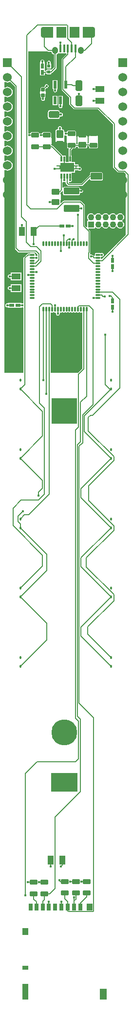
<source format=gtl>
G04 Layer_Physical_Order=1*
G04 Layer_Color=255*
%FSLAX44Y44*%
%MOMM*%
G71*
G01*
G75*
G04:AMPARAMS|DCode=10|XSize=0.32mm|YSize=0.8mm|CornerRadius=0.08mm|HoleSize=0mm|Usage=FLASHONLY|Rotation=90.000|XOffset=0mm|YOffset=0mm|HoleType=Round|Shape=RoundedRectangle|*
%AMROUNDEDRECTD10*
21,1,0.3200,0.6400,0,0,90.0*
21,1,0.1600,0.8000,0,0,90.0*
1,1,0.1600,0.3200,0.0800*
1,1,0.1600,0.3200,-0.0800*
1,1,0.1600,-0.3200,-0.0800*
1,1,0.1600,-0.3200,0.0800*
%
%ADD10ROUNDEDRECTD10*%
G04:AMPARAMS|DCode=11|XSize=0.32mm|YSize=0.8mm|CornerRadius=0.08mm|HoleSize=0mm|Usage=FLASHONLY|Rotation=0.000|XOffset=0mm|YOffset=0mm|HoleType=Round|Shape=RoundedRectangle|*
%AMROUNDEDRECTD11*
21,1,0.3200,0.6400,0,0,0.0*
21,1,0.1600,0.8000,0,0,0.0*
1,1,0.1600,0.0800,-0.3200*
1,1,0.1600,-0.0800,-0.3200*
1,1,0.1600,-0.0800,0.3200*
1,1,0.1600,0.0800,0.3200*
%
%ADD11ROUNDEDRECTD11*%
%ADD12R,0.2969X0.8499*%
%ADD13R,2.4001X1.6500*%
%ADD14R,0.7000X0.2799*%
%ADD15R,1.3000X1.8999*%
%ADD16R,1.0000X2.8001*%
%ADD17R,1.0000X0.8001*%
%ADD18R,1.0000X1.1999*%
%ADD19R,0.7000X1.1999*%
%ADD20R,0.9000X0.6000*%
%ADD21R,1.6002X1.0922*%
G04:AMPARAMS|DCode=22|XSize=1.8mm|YSize=1.2mm|CornerRadius=0.15mm|HoleSize=0mm|Usage=FLASHONLY|Rotation=270.000|XOffset=0mm|YOffset=0mm|HoleType=Round|Shape=RoundedRectangle|*
%AMROUNDEDRECTD22*
21,1,1.8000,0.9000,0,0,270.0*
21,1,1.5000,1.2000,0,0,270.0*
1,1,0.3000,-0.4500,-0.7500*
1,1,0.3000,-0.4500,0.7500*
1,1,0.3000,0.4500,0.7500*
1,1,0.3000,0.4500,-0.7500*
%
%ADD22ROUNDEDRECTD22*%
G04:AMPARAMS|DCode=23|XSize=0.6mm|YSize=0.6mm|CornerRadius=0.06mm|HoleSize=0mm|Usage=FLASHONLY|Rotation=180.000|XOffset=0mm|YOffset=0mm|HoleType=Round|Shape=RoundedRectangle|*
%AMROUNDEDRECTD23*
21,1,0.6000,0.4800,0,0,180.0*
21,1,0.4800,0.6000,0,0,180.0*
1,1,0.1200,-0.2400,0.2400*
1,1,0.1200,0.2400,0.2400*
1,1,0.1200,0.2400,-0.2400*
1,1,0.1200,-0.2400,-0.2400*
%
%ADD23ROUNDEDRECTD23*%
G04:AMPARAMS|DCode=24|XSize=1.4mm|YSize=1mm|CornerRadius=0.125mm|HoleSize=0mm|Usage=FLASHONLY|Rotation=0.000|XOffset=0mm|YOffset=0mm|HoleType=Round|Shape=RoundedRectangle|*
%AMROUNDEDRECTD24*
21,1,1.4000,0.7500,0,0,0.0*
21,1,1.1500,1.0000,0,0,0.0*
1,1,0.2500,0.5750,-0.3750*
1,1,0.2500,-0.5750,-0.3750*
1,1,0.2500,-0.5750,0.3750*
1,1,0.2500,0.5750,0.3750*
%
%ADD24ROUNDEDRECTD24*%
G04:AMPARAMS|DCode=25|XSize=1.3mm|YSize=0.8mm|CornerRadius=0.1mm|HoleSize=0mm|Usage=FLASHONLY|Rotation=180.000|XOffset=0mm|YOffset=0mm|HoleType=Round|Shape=RoundedRectangle|*
%AMROUNDEDRECTD25*
21,1,1.3000,0.6000,0,0,180.0*
21,1,1.1000,0.8000,0,0,180.0*
1,1,0.2000,-0.5500,0.3000*
1,1,0.2000,0.5500,0.3000*
1,1,0.2000,0.5500,-0.3000*
1,1,0.2000,-0.5500,-0.3000*
%
%ADD25ROUNDEDRECTD25*%
%ADD26R,1.0922X1.6002*%
%ADD27R,0.6000X0.9000*%
G04:AMPARAMS|DCode=28|XSize=2mm|YSize=1.2mm|CornerRadius=0.15mm|HoleSize=0mm|Usage=FLASHONLY|Rotation=180.000|XOffset=0mm|YOffset=0mm|HoleType=Round|Shape=RoundedRectangle|*
%AMROUNDEDRECTD28*
21,1,2.0000,0.9000,0,0,180.0*
21,1,1.7000,1.2000,0,0,180.0*
1,1,0.3000,-0.8500,0.4500*
1,1,0.3000,0.8500,0.4500*
1,1,0.3000,0.8500,-0.4500*
1,1,0.3000,-0.8500,-0.4500*
%
%ADD28ROUNDEDRECTD28*%
G04:AMPARAMS|DCode=29|XSize=2.7mm|YSize=1.15mm|CornerRadius=0.1437mm|HoleSize=0mm|Usage=FLASHONLY|Rotation=0.000|XOffset=0mm|YOffset=0mm|HoleType=Round|Shape=RoundedRectangle|*
%AMROUNDEDRECTD29*
21,1,2.7000,0.8625,0,0,0.0*
21,1,2.4125,1.1500,0,0,0.0*
1,1,0.2875,1.2063,-0.4313*
1,1,0.2875,-1.2063,-0.4313*
1,1,0.2875,-1.2063,0.4313*
1,1,0.2875,1.2063,0.4313*
%
%ADD29ROUNDEDRECTD29*%
G04:AMPARAMS|DCode=30|XSize=1.2mm|YSize=1.35mm|CornerRadius=0.15mm|HoleSize=0mm|Usage=FLASHONLY|Rotation=180.000|XOffset=0mm|YOffset=0mm|HoleType=Round|Shape=RoundedRectangle|*
%AMROUNDEDRECTD30*
21,1,1.2000,1.0500,0,0,180.0*
21,1,0.9000,1.3500,0,0,180.0*
1,1,0.3000,-0.4500,0.5250*
1,1,0.3000,0.4500,0.5250*
1,1,0.3000,0.4500,-0.5250*
1,1,0.3000,-0.4500,-0.5250*
%
%ADD30ROUNDEDRECTD30*%
%ADD31R,0.4000X1.3500*%
%ADD32R,0.5588X1.3208*%
G04:AMPARAMS|DCode=33|XSize=1.8mm|YSize=1.2mm|CornerRadius=0.15mm|HoleSize=0mm|Usage=FLASHONLY|Rotation=180.000|XOffset=0mm|YOffset=0mm|HoleType=Round|Shape=RoundedRectangle|*
%AMROUNDEDRECTD33*
21,1,1.8000,0.9000,0,0,180.0*
21,1,1.5000,1.2000,0,0,180.0*
1,1,0.3000,-0.7500,0.4500*
1,1,0.3000,0.7500,0.4500*
1,1,0.3000,0.7500,-0.4500*
1,1,0.3000,-0.7500,-0.4500*
%
%ADD33ROUNDEDRECTD33*%
%ADD34R,0.5500X0.6000*%
%ADD35C,0.1778*%
%ADD36C,0.1600*%
%ADD37C,0.1485*%
%ADD38C,0.1399*%
%ADD39R,1.8000X1.9000*%
%ADD40C,0.4572*%
%ADD41C,1.1000*%
%ADD42R,1.1000X1.1000*%
G04:AMPARAMS|DCode=43|XSize=1.05mm|YSize=1.25mm|CornerRadius=0.525mm|HoleSize=0mm|Usage=FLASHONLY|Rotation=180.000|XOffset=0mm|YOffset=0mm|HoleType=Round|Shape=RoundedRectangle|*
%AMROUNDEDRECTD43*
21,1,1.0500,0.2000,0,0,180.0*
21,1,0.0000,1.2500,0,0,180.0*
1,1,1.0500,0.0000,0.1000*
1,1,1.0500,0.0000,0.1000*
1,1,1.0500,0.0000,-0.1000*
1,1,1.0500,0.0000,-0.1000*
%
%ADD43ROUNDEDRECTD43*%
G04:AMPARAMS|DCode=44|XSize=2.1mm|YSize=1.9mm|CornerRadius=0.494mm|HoleSize=0mm|Usage=FLASHONLY|Rotation=180.000|XOffset=0mm|YOffset=0mm|HoleType=Round|Shape=RoundedRectangle|*
%AMROUNDEDRECTD44*
21,1,2.1000,0.9120,0,0,180.0*
21,1,1.1120,1.9000,0,0,180.0*
1,1,0.9880,-0.5560,0.4560*
1,1,0.9880,0.5560,0.4560*
1,1,0.9880,0.5560,-0.4560*
1,1,0.9880,-0.5560,-0.4560*
%
%ADD44ROUNDEDRECTD44*%
%ADD45R,4.5720X3.3020*%
%ADD46C,4.5000*%
%ADD47R,4.5000X4.5000*%
%ADD48R,1.5240X1.5240*%
%ADD49C,1.5240*%
%ADD50C,0.4000*%
G36*
X10142812Y4978674D02*
Y4699000D01*
X10142980Y4698158D01*
X10143458Y4697444D01*
X10148538Y4692363D01*
X10149252Y4691886D01*
X10150094Y4691719D01*
X10178646D01*
X10182437Y4687928D01*
Y4686430D01*
X10181167Y4685666D01*
X10180320Y4685834D01*
X10179397Y4685651D01*
X10178533Y4686277D01*
X10178292Y4686605D01*
X10178311Y4686700D01*
Y4688300D01*
X10178150Y4689108D01*
X10177693Y4689792D01*
X10177008Y4690250D01*
X10176200Y4690410D01*
X10169800D01*
X10168992Y4690250D01*
X10168307Y4689792D01*
X10168186Y4689611D01*
X10165731D01*
X10165730Y4689611D01*
X10164922Y4689450D01*
X10164238Y4688992D01*
X10164238Y4688992D01*
X10158830Y4683585D01*
X10158444Y4683326D01*
X10157966Y4682612D01*
X10157798Y4681770D01*
Y4603989D01*
X10156529Y4603183D01*
X10155770Y4603334D01*
X10155040Y4603189D01*
X10153770Y4604007D01*
Y4604270D01*
X10131230D01*
Y4604007D01*
X10129960Y4603189D01*
X10129229Y4603334D01*
X10127953Y4603080D01*
X10126872Y4602357D01*
X10126149Y4601276D01*
X10125895Y4600000D01*
X10126149Y4598724D01*
X10126872Y4597643D01*
X10127953Y4596920D01*
X10129229Y4596666D01*
X10129960Y4596811D01*
X10131230Y4595993D01*
Y4595730D01*
X10153770D01*
Y4595993D01*
X10155040Y4596811D01*
X10155770Y4596666D01*
X10156529Y4596817D01*
X10157798Y4596011D01*
Y4483100D01*
X10124440D01*
Y4833852D01*
X10125710Y4834355D01*
X10127679Y4833539D01*
X10130000Y4833233D01*
X10132321Y4833539D01*
X10134484Y4834435D01*
X10136340Y4835860D01*
X10137766Y4837717D01*
X10138661Y4839879D01*
X10138967Y4842200D01*
X10138661Y4844521D01*
X10137766Y4846683D01*
X10136340Y4848541D01*
X10134484Y4849966D01*
X10132321Y4850861D01*
X10130000Y4851167D01*
X10127679Y4850861D01*
X10125710Y4850045D01*
X10124440Y4850548D01*
Y4859252D01*
X10125710Y4859755D01*
X10127679Y4858939D01*
X10130000Y4858633D01*
X10132321Y4858939D01*
X10134484Y4859835D01*
X10136340Y4861260D01*
X10137766Y4863117D01*
X10138661Y4865280D01*
X10138967Y4867600D01*
X10138661Y4869921D01*
X10137766Y4872083D01*
X10136340Y4873940D01*
X10134484Y4875366D01*
X10132321Y4876261D01*
X10130000Y4876567D01*
X10127679Y4876261D01*
X10125710Y4875446D01*
X10124440Y4875948D01*
Y4884652D01*
X10125710Y4885155D01*
X10127679Y4884339D01*
X10130000Y4884034D01*
X10132321Y4884339D01*
X10134484Y4885235D01*
X10136340Y4886660D01*
X10137766Y4888517D01*
X10138661Y4890679D01*
X10138967Y4893000D01*
X10138661Y4895321D01*
X10137766Y4897484D01*
X10136340Y4899341D01*
X10134484Y4900765D01*
X10132321Y4901661D01*
X10130000Y4901967D01*
X10127679Y4901661D01*
X10125710Y4900846D01*
X10124440Y4901348D01*
Y4910052D01*
X10125710Y4910555D01*
X10127679Y4909739D01*
X10130000Y4909433D01*
X10132321Y4909739D01*
X10134484Y4910635D01*
X10136340Y4912060D01*
X10137766Y4913917D01*
X10138661Y4916079D01*
X10138967Y4918400D01*
X10138661Y4920721D01*
X10137766Y4922884D01*
X10136340Y4924741D01*
X10134484Y4926165D01*
X10132321Y4927061D01*
X10130000Y4927367D01*
X10127679Y4927061D01*
X10125710Y4926246D01*
X10124440Y4926748D01*
Y4935452D01*
X10125710Y4935955D01*
X10127679Y4935139D01*
X10130000Y4934833D01*
X10132321Y4935139D01*
X10134484Y4936035D01*
X10136340Y4937460D01*
X10137766Y4939317D01*
X10138661Y4941479D01*
X10138967Y4943800D01*
X10138661Y4946121D01*
X10137766Y4948283D01*
X10136340Y4950140D01*
X10134484Y4951566D01*
X10132321Y4952461D01*
X10130000Y4952767D01*
X10127679Y4952461D01*
X10125710Y4951646D01*
X10124440Y4952148D01*
Y4960852D01*
X10125710Y4961355D01*
X10127679Y4960539D01*
X10130000Y4960233D01*
X10132321Y4960539D01*
X10134484Y4961435D01*
X10136340Y4962860D01*
X10137766Y4964717D01*
X10138661Y4966879D01*
X10138967Y4969200D01*
X10138661Y4971521D01*
X10137766Y4973683D01*
X10136340Y4975540D01*
X10134484Y4976966D01*
X10132321Y4977861D01*
X10130000Y4978167D01*
X10127679Y4977861D01*
X10125710Y4977046D01*
X10124440Y4977548D01*
Y4986252D01*
X10125710Y4986755D01*
X10127679Y4985939D01*
X10130000Y4985634D01*
X10132321Y4985939D01*
X10134484Y4986835D01*
X10134579Y4986908D01*
X10142812Y4978674D01*
D02*
G37*
G36*
X10199797Y5039216D02*
X10200640Y5039048D01*
X10206332D01*
X10206398Y5038548D01*
X10207055Y5036962D01*
X10208100Y5035600D01*
X10209462Y5034554D01*
X10210549Y5034104D01*
Y5011822D01*
X10206600Y5007872D01*
X10205930Y5008150D01*
Y5008150D01*
X10197890D01*
Y5006081D01*
X10196314D01*
X10196020Y5006023D01*
X10194894Y5006749D01*
X10194750Y5006959D01*
Y5020150D01*
X10194487D01*
X10193669Y5021420D01*
X10193814Y5022151D01*
X10193560Y5023427D01*
X10192838Y5024508D01*
X10191756Y5025231D01*
X10190480Y5025485D01*
X10189204Y5025231D01*
X10188123Y5024508D01*
X10187400Y5023427D01*
X10187146Y5022151D01*
X10187291Y5021420D01*
X10186473Y5020150D01*
X10186210D01*
Y5008610D01*
Y4997610D01*
X10194750D01*
Y5001179D01*
X10195814D01*
X10196620Y5001339D01*
X10196659Y5001345D01*
X10197890Y5000669D01*
Y4999610D01*
X10205930D01*
Y5001720D01*
X10206562Y5001846D01*
X10207277Y5002323D01*
X10214307Y5009353D01*
X10214784Y5010068D01*
X10214952Y5010910D01*
Y5034104D01*
X10216038Y5034554D01*
X10217401Y5035600D01*
X10217676Y5035959D01*
X10218730Y5036480D01*
X10232060D01*
X10232493Y5035210D01*
X10224991Y5027708D01*
X10224514Y5026994D01*
X10224347Y5026152D01*
Y4973320D01*
X10224514Y4972478D01*
X10224991Y4971764D01*
X10237555Y4959200D01*
Y4947920D01*
X10237722Y4947078D01*
X10238199Y4946364D01*
X10244550Y4940013D01*
X10245264Y4939536D01*
X10246106Y4939369D01*
X10287104D01*
X10313501Y4912972D01*
Y4839208D01*
X10313668Y4838365D01*
X10314146Y4837651D01*
X10321003Y4830793D01*
X10321718Y4830316D01*
X10322560Y4830149D01*
X10333079D01*
X10335260Y4827967D01*
Y4721379D01*
X10293954Y4680073D01*
X10293179Y4680162D01*
X10293004Y4680286D01*
X10292250Y4681396D01*
X10292311Y4681700D01*
Y4683300D01*
X10292299Y4683362D01*
X10292491Y4683655D01*
X10293398Y4684339D01*
X10294270Y4684166D01*
X10295546Y4684420D01*
X10296627Y4685143D01*
X10297350Y4686224D01*
X10297604Y4687500D01*
X10297350Y4688776D01*
X10296627Y4689857D01*
X10295546Y4690580D01*
X10294270Y4690834D01*
X10292994Y4690580D01*
X10292786Y4690441D01*
X10291692Y4689792D01*
X10291008Y4690250D01*
X10290200Y4690410D01*
X10283800D01*
X10282992Y4690250D01*
X10282307Y4689792D01*
X10281851Y4689108D01*
X10281689Y4688300D01*
Y4686700D01*
X10280637Y4685596D01*
X10280233Y4685536D01*
X10280055Y4685714D01*
X10279797Y4686101D01*
X10279083Y4686578D01*
X10278241Y4686746D01*
X10277783D01*
X10277679Y4686902D01*
X10276598Y4687625D01*
X10275321Y4687878D01*
X10274469Y4687709D01*
X10273199Y4688470D01*
Y4690028D01*
X10273540Y4690538D01*
X10273707Y4691380D01*
Y4727702D01*
X10273540Y4728544D01*
X10273063Y4729258D01*
X10270264Y4732057D01*
X10270751Y4733230D01*
X10281770D01*
Y4734521D01*
X10282380Y4734882D01*
X10283040Y4735042D01*
X10284286Y4734087D01*
X10285933Y4733405D01*
X10287700Y4733172D01*
X10289468Y4733405D01*
X10291115Y4734087D01*
X10292528Y4735172D01*
X10293287Y4736161D01*
X10293555Y4736256D01*
X10294546D01*
X10294812Y4736161D01*
X10295571Y4735172D01*
X10296986Y4734087D01*
X10298633Y4733405D01*
X10300400Y4733172D01*
X10302168Y4733405D01*
X10303815Y4734087D01*
X10305228Y4735172D01*
X10305988Y4736161D01*
X10306255Y4736256D01*
X10307246D01*
X10307512Y4736161D01*
X10308271Y4735172D01*
X10309686Y4734087D01*
X10311333Y4733405D01*
X10313101Y4733172D01*
X10314867Y4733405D01*
X10316514Y4734087D01*
X10317928Y4735172D01*
X10318688Y4736161D01*
X10318954Y4736256D01*
X10319946D01*
X10320212Y4736161D01*
X10320972Y4735172D01*
X10322385Y4734087D01*
X10324033Y4733405D01*
X10325800Y4733172D01*
X10327567Y4733405D01*
X10329214Y4734087D01*
X10330629Y4735172D01*
X10331714Y4736586D01*
X10332396Y4738233D01*
X10332628Y4740000D01*
X10332396Y4741768D01*
X10331714Y4743414D01*
X10330629Y4744828D01*
X10329639Y4745588D01*
X10329545Y4745854D01*
Y4746846D01*
X10329639Y4747112D01*
X10330629Y4747872D01*
X10331714Y4749286D01*
X10332396Y4750933D01*
X10332628Y4752700D01*
X10332396Y4754467D01*
X10331714Y4756115D01*
X10330629Y4757529D01*
X10329214Y4758614D01*
X10327567Y4759296D01*
X10325800Y4759529D01*
X10324033Y4759296D01*
X10322385Y4758614D01*
X10320972Y4757529D01*
X10320212Y4756539D01*
X10319946Y4756445D01*
X10318954D01*
X10318688Y4756539D01*
X10317928Y4757529D01*
X10316514Y4758614D01*
X10314867Y4759296D01*
X10313101Y4759529D01*
X10311333Y4759296D01*
X10309686Y4758614D01*
X10308271Y4757529D01*
X10307512Y4756539D01*
X10307246Y4756445D01*
X10306255D01*
X10305988Y4756539D01*
X10305228Y4757529D01*
X10303815Y4758614D01*
X10302168Y4759296D01*
X10300400Y4759529D01*
X10298633Y4759296D01*
X10296986Y4758614D01*
X10295571Y4757529D01*
X10294812Y4756539D01*
X10294546Y4756445D01*
X10293555D01*
X10293287Y4756539D01*
X10292528Y4757529D01*
X10291115Y4758614D01*
X10289468Y4759296D01*
X10287700Y4759529D01*
X10285933Y4759296D01*
X10284286Y4758614D01*
X10282871Y4757529D01*
X10282112Y4756539D01*
X10281846Y4756445D01*
X10280854D01*
X10280587Y4756539D01*
X10279828Y4757529D01*
X10278414Y4758614D01*
X10276768Y4759296D01*
X10275000Y4759529D01*
X10273232Y4759296D01*
X10271586Y4758614D01*
X10270172Y4757529D01*
X10269087Y4756115D01*
X10268405Y4754467D01*
X10268171Y4752700D01*
X10268405Y4750933D01*
X10269087Y4749286D01*
X10270043Y4748040D01*
X10269882Y4747381D01*
X10269521Y4746770D01*
X10268230D01*
Y4735750D01*
X10267057Y4735264D01*
X10264563Y4737758D01*
Y4772914D01*
X10264396Y4773756D01*
X10263918Y4774471D01*
X10258076Y4780312D01*
X10257362Y4780790D01*
X10256520Y4780957D01*
X10227564D01*
X10226722Y4780790D01*
X10226008Y4780312D01*
X10222833Y4777138D01*
X10221660Y4777624D01*
Y4782469D01*
X10222340Y4783150D01*
Y4792650D01*
X10221660Y4793331D01*
Y4794838D01*
X10221802Y4794867D01*
X10222516Y4795344D01*
X10225187Y4798014D01*
X10225314Y4798010D01*
X10226457Y4797614D01*
Y4793508D01*
X10226667Y4792451D01*
X10227266Y4791556D01*
X10228161Y4790957D01*
X10229218Y4790747D01*
X10253342D01*
X10254399Y4790957D01*
X10255294Y4791556D01*
X10255892Y4792451D01*
X10256104Y4793508D01*
Y4793777D01*
X10257373Y4794621D01*
X10258051Y4794486D01*
X10259326Y4794740D01*
X10260408Y4795463D01*
X10261130Y4796544D01*
X10261384Y4797820D01*
X10261130Y4799096D01*
X10260408Y4800178D01*
X10259326Y4800901D01*
X10258051Y4801154D01*
X10257373Y4801020D01*
X10256104Y4801863D01*
Y4802133D01*
X10255892Y4803189D01*
X10255294Y4804085D01*
X10254399Y4804683D01*
X10253342Y4804893D01*
X10229218D01*
X10228161Y4804683D01*
X10227266Y4804085D01*
X10226982Y4803660D01*
X10225712Y4804045D01*
Y4812940D01*
X10226982Y4813618D01*
X10227383Y4813351D01*
X10228658Y4813097D01*
X10229935Y4813351D01*
X10230338Y4813620D01*
X10231608Y4812941D01*
Y4812274D01*
X10231459Y4811522D01*
X10231627Y4810680D01*
X10232103Y4809966D01*
X10234644Y4807426D01*
X10235358Y4806948D01*
X10236200Y4806781D01*
X10259568D01*
X10260410Y4806948D01*
X10261124Y4807426D01*
X10271937Y4818238D01*
X10273314Y4817820D01*
X10273351Y4817639D01*
X10273962Y4816723D01*
X10274879Y4816111D01*
X10275959Y4815896D01*
X10292960D01*
X10294041Y4816111D01*
X10294957Y4816723D01*
X10295569Y4817639D01*
X10295784Y4818720D01*
Y4827720D01*
X10295569Y4828801D01*
X10294957Y4829717D01*
X10294041Y4830330D01*
X10292960Y4830544D01*
X10275959D01*
X10274879Y4830330D01*
X10273962Y4829717D01*
X10273351Y4828801D01*
X10273136Y4827720D01*
Y4825288D01*
X10272964Y4825254D01*
X10272250Y4824777D01*
X10258656Y4811183D01*
X10237368D01*
X10236462Y4812184D01*
X10236497Y4812417D01*
X10236681Y4812610D01*
X10237904Y4813247D01*
X10238661Y4813097D01*
X10239937Y4813351D01*
X10241019Y4814073D01*
X10241742Y4815155D01*
X10241996Y4816431D01*
X10241742Y4817707D01*
X10241416Y4818431D01*
X10241416Y4818431D01*
X10241416Y4818431D01*
Y4829180D01*
X10246930D01*
Y4833531D01*
X10253431D01*
X10253431Y4833531D01*
Y4833531D01*
X10253907Y4833261D01*
X10254155Y4833120D01*
X10254503Y4833051D01*
X10254503Y4833051D01*
X10254512Y4833049D01*
X10255431Y4832867D01*
X10256708Y4833120D01*
X10257789Y4833843D01*
X10258512Y4834925D01*
X10258766Y4836201D01*
X10258512Y4837477D01*
X10257789Y4838558D01*
X10256708Y4839281D01*
X10255431Y4839535D01*
X10254701Y4839390D01*
X10253431Y4840208D01*
Y4843869D01*
X10246930D01*
Y4848220D01*
X10241416D01*
Y4858969D01*
X10240713D01*
Y4868548D01*
X10242837Y4870671D01*
X10243314Y4871385D01*
X10243365Y4871646D01*
X10246780D01*
X10247666Y4871822D01*
X10248417Y4872324D01*
X10248918Y4873074D01*
X10249094Y4873960D01*
Y4874759D01*
X10252010D01*
Y4874210D01*
X10252206Y4873227D01*
X10252764Y4872393D01*
X10253596Y4871836D01*
X10254580Y4871640D01*
X10266080D01*
X10267063Y4871836D01*
X10267897Y4872393D01*
X10268453Y4873227D01*
X10268650Y4874210D01*
Y4875758D01*
X10270087D01*
X10270441Y4875403D01*
X10271155Y4874926D01*
X10271565Y4874845D01*
Y4873960D01*
X10271742Y4873074D01*
X10272244Y4872324D01*
X10272994Y4871822D01*
X10273879Y4871646D01*
X10284880D01*
X10285765Y4871822D01*
X10286516Y4872324D01*
X10287018Y4873074D01*
X10287195Y4873960D01*
Y4879960D01*
X10287018Y4880846D01*
X10287017Y4880847D01*
X10287880Y4881710D01*
Y4892210D01*
X10285880Y4894210D01*
X10272880D01*
X10270880Y4892210D01*
Y4881710D01*
X10271194Y4881396D01*
X10271144Y4881086D01*
X10270632Y4880161D01*
X10268650D01*
Y4881530D01*
X10269330Y4882210D01*
Y4891710D01*
X10267330Y4893710D01*
X10253330D01*
X10251329Y4891710D01*
Y4882210D01*
X10252010Y4881529D01*
Y4879749D01*
X10251661Y4879516D01*
X10251306Y4879161D01*
X10249094D01*
Y4879960D01*
X10248918Y4880846D01*
X10248917Y4880847D01*
X10249780Y4881710D01*
Y4892210D01*
X10248917Y4893073D01*
X10248918Y4893074D01*
X10249094Y4893960D01*
Y4899960D01*
X10248918Y4900846D01*
X10248417Y4901596D01*
X10247666Y4902098D01*
X10246780Y4902274D01*
X10235780D01*
X10234894Y4902098D01*
X10234144Y4901596D01*
X10233642Y4900846D01*
X10232231Y4900150D01*
X10231509Y4900294D01*
X10230234Y4900040D01*
X10229554Y4899586D01*
X10228318Y4900116D01*
X10228284Y4900149D01*
Y4901710D01*
X10228069Y4902791D01*
X10227457Y4903707D01*
X10226541Y4904319D01*
X10225460Y4904534D01*
X10225004D01*
X10224160Y4905804D01*
X10224294Y4906480D01*
X10224041Y4907756D01*
X10223317Y4908838D01*
X10222236Y4909561D01*
X10220960Y4909814D01*
X10219684Y4909561D01*
X10218602Y4908838D01*
X10217880Y4907756D01*
X10217626Y4906480D01*
X10217761Y4905804D01*
X10216917Y4904534D01*
X10216460D01*
X10215379Y4904319D01*
X10214463Y4903707D01*
X10213851Y4902791D01*
X10213636Y4901710D01*
Y4891210D01*
X10213430Y4890960D01*
X10212960D01*
Y4882960D01*
X10228960D01*
Y4890960D01*
X10228489D01*
X10228284Y4891210D01*
Y4893771D01*
X10228318Y4893804D01*
X10229554Y4894334D01*
X10230234Y4893880D01*
X10231509Y4893626D01*
X10232231Y4893770D01*
X10232440Y4893666D01*
X10232780Y4892210D01*
Y4881710D01*
X10233643Y4880847D01*
X10233642Y4880846D01*
X10233466Y4879960D01*
Y4873960D01*
X10233642Y4873074D01*
X10234144Y4872324D01*
X10234894Y4871822D01*
X10235780Y4871646D01*
X10235898D01*
X10236613Y4870476D01*
X10236613Y4870376D01*
X10236460Y4869609D01*
X10236609Y4868857D01*
Y4858969D01*
X10235906D01*
Y4848220D01*
X10231414D01*
Y4858969D01*
X10225589D01*
X10225555Y4859137D01*
X10225111Y4859803D01*
X10209575Y4875339D01*
X10209149Y4875977D01*
X10208434Y4876454D01*
X10207592Y4876621D01*
X10205914D01*
Y4877420D01*
X10205739Y4878306D01*
X10205737Y4878307D01*
X10206600Y4879170D01*
Y4889670D01*
X10205737Y4890533D01*
X10205739Y4890534D01*
X10205914Y4891420D01*
Y4897420D01*
X10205739Y4898306D01*
X10205237Y4899056D01*
X10204485Y4899558D01*
X10203600Y4899734D01*
X10192600D01*
X10191714Y4899558D01*
X10190963Y4899056D01*
X10190461Y4898306D01*
X10189052Y4897610D01*
X10188329Y4897754D01*
X10187054Y4897500D01*
X10186865Y4897374D01*
X10186630Y4897382D01*
X10185483Y4897979D01*
X10185418Y4898306D01*
X10184916Y4899056D01*
X10184166Y4899558D01*
X10183280Y4899734D01*
X10172280D01*
X10171394Y4899558D01*
X10170643Y4899056D01*
X10170142Y4898306D01*
X10168731Y4897610D01*
X10168010Y4897754D01*
X10167281Y4897609D01*
X10166011Y4898429D01*
Y5039360D01*
X10199582D01*
X10199797Y5039216D01*
D02*
G37*
G36*
X10255892Y4587850D02*
X10256700Y4587690D01*
X10258300D01*
X10259108Y4587850D01*
X10259120Y4587858D01*
X10260389Y4587180D01*
Y4491099D01*
X10252391Y4483100D01*
X10204611D01*
Y4587180D01*
X10205880Y4587858D01*
X10205892Y4587850D01*
X10206700Y4587690D01*
X10208300D01*
X10209108Y4587850D01*
X10209792Y4588308D01*
X10210208D01*
X10210892Y4587850D01*
X10211700Y4587690D01*
X10213300D01*
X10213362Y4587702D01*
X10213655Y4587509D01*
X10214340Y4586601D01*
X10214166Y4585730D01*
X10214420Y4584454D01*
X10215142Y4583373D01*
X10216224Y4582650D01*
X10217500Y4582396D01*
X10218776Y4582650D01*
X10219858Y4583373D01*
X10220580Y4584454D01*
X10220834Y4585730D01*
X10220660Y4586602D01*
X10221345Y4587509D01*
X10221638Y4587702D01*
X10221700Y4587690D01*
X10223300D01*
X10224108Y4587850D01*
X10224792Y4588308D01*
X10225208D01*
X10225892Y4587850D01*
X10226700Y4587690D01*
X10228300D01*
X10229108Y4587850D01*
X10229792Y4588308D01*
X10230208D01*
X10230892Y4587850D01*
X10231700Y4587690D01*
X10233300D01*
X10234108Y4587850D01*
X10234792Y4588308D01*
X10235208D01*
X10235892Y4587850D01*
X10236700Y4587690D01*
X10238300D01*
X10239108Y4587850D01*
X10239792Y4588308D01*
X10240208D01*
X10240892Y4587850D01*
X10241700Y4587690D01*
X10243301D01*
X10244108Y4587850D01*
X10244792Y4588308D01*
X10245208D01*
X10245892Y4587850D01*
X10246700Y4587690D01*
X10248300D01*
X10249108Y4587850D01*
X10249792Y4588308D01*
X10250208D01*
X10250892Y4587850D01*
X10251700Y4587690D01*
X10253301D01*
X10254108Y4587850D01*
X10254792Y4588308D01*
X10255208D01*
X10255892Y4587850D01*
D02*
G37*
G36*
X10277480Y5081960D02*
X10278010Y5081890D01*
X10278540Y5081740D01*
X10278970Y5081580D01*
X10279390Y5081380D01*
X10279830Y5081100D01*
X10280210Y5080810D01*
X10280601Y5080470D01*
X10280890Y5080110D01*
X10281169Y5079740D01*
X10281410Y5079330D01*
X10281610Y5078910D01*
X10281770Y5078490D01*
X10281890Y5077980D01*
X10281960Y5077530D01*
X10282000Y5077000D01*
Y5068000D01*
X10281960Y5067450D01*
X10281880Y5067000D01*
X10281760Y5066500D01*
X10281600Y5066100D01*
X10281470Y5065770D01*
X10281219Y5065340D01*
X10280959Y5064970D01*
X10280649Y5064590D01*
X10280200Y5064180D01*
X10279800Y5063880D01*
X10279340Y5063590D01*
X10278810Y5063350D01*
X10277939Y5063090D01*
X10277000Y5063000D01*
X10261000D01*
Y5082000D01*
X10277000D01*
X10277480Y5081960D01*
D02*
G37*
G36*
X10209000Y5063000D02*
X10193000D01*
X10192520Y5063040D01*
X10191990Y5063110D01*
X10191460Y5063260D01*
X10191030Y5063420D01*
X10190610Y5063620D01*
X10190170Y5063900D01*
X10189790Y5064190D01*
X10189400Y5064530D01*
X10189110Y5064890D01*
X10188830Y5065260D01*
X10188590Y5065670D01*
X10188390Y5066090D01*
X10188230Y5066510D01*
X10188110Y5067020D01*
X10188040Y5067470D01*
X10188000Y5068000D01*
Y5077000D01*
X10188040Y5077550D01*
X10188120Y5078000D01*
X10188240Y5078500D01*
X10188400Y5078900D01*
X10188530Y5079230D01*
X10188780Y5079660D01*
X10189040Y5080030D01*
X10189350Y5080410D01*
X10189800Y5080820D01*
X10190200Y5081120D01*
X10190660Y5081410D01*
X10191190Y5081650D01*
X10192060Y5081910D01*
X10193000Y5082000D01*
X10209000D01*
Y5063000D01*
D02*
G37*
%LPC*%
G36*
X10154271Y4636731D02*
X10135729D01*
Y4634008D01*
X10134459Y4633189D01*
X10133729Y4633334D01*
X10132453Y4633080D01*
X10131371Y4632357D01*
X10130649Y4631276D01*
X10130395Y4630000D01*
X10130649Y4628724D01*
X10131371Y4627643D01*
X10132453Y4626920D01*
X10133729Y4626666D01*
X10134459Y4626811D01*
X10135729Y4625992D01*
Y4623269D01*
X10154271D01*
Y4636731D01*
D02*
G37*
G36*
Y4657051D02*
X10135729D01*
Y4654327D01*
X10134459Y4653509D01*
X10133729Y4653654D01*
X10132453Y4653400D01*
X10131371Y4652677D01*
X10130649Y4651596D01*
X10130395Y4650320D01*
X10130649Y4649044D01*
X10131371Y4647962D01*
X10132453Y4647240D01*
X10133729Y4646986D01*
X10134459Y4647131D01*
X10135729Y4646312D01*
Y4643589D01*
X10154271D01*
Y4657051D01*
D02*
G37*
G36*
X10218000Y4937464D02*
X10203000D01*
X10201919Y4937249D01*
X10201003Y4936637D01*
X10200391Y4935721D01*
X10200176Y4934640D01*
Y4925640D01*
X10200391Y4924559D01*
X10201003Y4923643D01*
X10201919Y4923031D01*
X10203000Y4922816D01*
X10218000D01*
X10219081Y4923031D01*
X10219997Y4923643D01*
X10220609Y4924559D01*
X10220824Y4925640D01*
Y4926096D01*
X10222094Y4926940D01*
X10222770Y4926806D01*
X10224046Y4927060D01*
X10225128Y4927783D01*
X10225850Y4928864D01*
X10226104Y4930140D01*
X10225850Y4931416D01*
X10225128Y4932498D01*
X10224046Y4933220D01*
X10222770Y4933474D01*
X10222094Y4933340D01*
X10220824Y4934184D01*
Y4934640D01*
X10220609Y4935721D01*
X10219997Y4936637D01*
X10219081Y4937249D01*
X10218000Y4937464D01*
D02*
G37*
G36*
X10197926Y4982750D02*
X10196650Y4982496D01*
X10195568Y4981773D01*
X10194846Y4980692D01*
X10194592Y4979416D01*
X10194628Y4979232D01*
X10192944Y4977547D01*
X10189350D01*
X10188621Y4977402D01*
X10188002Y4976989D01*
X10187589Y4976370D01*
X10187443Y4975640D01*
Y4970934D01*
X10186750Y4970240D01*
Y4966240D01*
X10187443Y4965547D01*
Y4960840D01*
X10187589Y4960110D01*
X10188002Y4959492D01*
X10188620Y4959079D01*
X10188579Y4957792D01*
X10188416Y4956970D01*
X10188669Y4955694D01*
X10189393Y4954612D01*
X10190474Y4953890D01*
X10191750Y4953636D01*
X10193026Y4953890D01*
X10194108Y4954612D01*
X10194830Y4955694D01*
X10195084Y4956970D01*
X10194921Y4957792D01*
X10194880Y4959079D01*
X10195498Y4959492D01*
X10195911Y4960110D01*
X10196057Y4960840D01*
Y4965547D01*
X10196750Y4966240D01*
Y4970240D01*
X10196057Y4970934D01*
Y4974434D01*
X10197742Y4976118D01*
X10197926Y4976082D01*
X10199202Y4976336D01*
X10200283Y4977058D01*
X10201006Y4978140D01*
X10201260Y4979416D01*
X10201006Y4980692D01*
X10200283Y4981773D01*
X10199202Y4982496D01*
X10197926Y4982750D01*
D02*
G37*
G36*
X10201910Y5023484D02*
X10200634Y5023230D01*
X10199553Y5022508D01*
X10198830Y5021426D01*
X10198576Y5020150D01*
X10198721Y5019420D01*
X10197903Y5018150D01*
X10197890D01*
Y5009610D01*
X10205930D01*
Y5018150D01*
X10205917D01*
X10205099Y5019420D01*
X10205244Y5020150D01*
X10204990Y5021426D01*
X10204268Y5022508D01*
X10203186Y5023230D01*
X10201910Y5023484D01*
D02*
G37*
G36*
X10216896Y4989830D02*
X10208768D01*
Y4974082D01*
X10208846D01*
X10209650Y4972812D01*
X10209498Y4972050D01*
X10209752Y4970774D01*
X10210474Y4969692D01*
X10211556Y4968970D01*
X10212832Y4968716D01*
X10214108Y4968970D01*
X10215189Y4969692D01*
X10215912Y4970774D01*
X10216166Y4972050D01*
X10216014Y4972812D01*
X10216818Y4974082D01*
X10216896D01*
Y4989830D01*
D02*
G37*
G36*
X10226294Y4962398D02*
X10218166D01*
Y4946650D01*
X10218223D01*
X10219041Y4945380D01*
X10218896Y4944650D01*
X10219150Y4943374D01*
X10219872Y4942292D01*
X10220954Y4941570D01*
X10222230Y4941316D01*
X10223506Y4941570D01*
X10224587Y4942292D01*
X10225310Y4943374D01*
X10225564Y4944650D01*
X10225419Y4945380D01*
X10226238Y4946650D01*
X10226294D01*
Y4962398D01*
D02*
G37*
G36*
X10216896D02*
X10208768D01*
Y4946650D01*
X10216896D01*
Y4962398D01*
D02*
G37*
%LPD*%
D10*
X10173000Y4687500D02*
D03*
Y4682500D02*
D03*
Y4677500D02*
D03*
Y4672500D02*
D03*
Y4667500D02*
D03*
Y4662500D02*
D03*
Y4657500D02*
D03*
Y4652500D02*
D03*
Y4647500D02*
D03*
Y4642500D02*
D03*
Y4637500D02*
D03*
Y4632500D02*
D03*
Y4627500D02*
D03*
Y4622500D02*
D03*
Y4617500D02*
D03*
Y4612500D02*
D03*
X10287000D02*
D03*
Y4617500D02*
D03*
Y4622500D02*
D03*
Y4627500D02*
D03*
Y4632500D02*
D03*
Y4637500D02*
D03*
Y4642500D02*
D03*
Y4647500D02*
D03*
Y4652500D02*
D03*
Y4657500D02*
D03*
Y4662500D02*
D03*
Y4667500D02*
D03*
Y4672500D02*
D03*
Y4677500D02*
D03*
Y4682500D02*
D03*
Y4687500D02*
D03*
D11*
X10192500Y4593000D02*
D03*
X10197500D02*
D03*
X10202500D02*
D03*
X10207500D02*
D03*
X10212500D02*
D03*
X10217500D02*
D03*
X10222500D02*
D03*
X10227500D02*
D03*
X10232500D02*
D03*
X10237500D02*
D03*
X10242500D02*
D03*
X10247500D02*
D03*
X10252500D02*
D03*
X10257500D02*
D03*
X10262500D02*
D03*
X10267500D02*
D03*
Y4707000D02*
D03*
X10262500D02*
D03*
X10257500D02*
D03*
X10252500D02*
D03*
X10247500D02*
D03*
X10242500D02*
D03*
X10237500D02*
D03*
X10232500D02*
D03*
X10227500D02*
D03*
X10222500D02*
D03*
X10217500D02*
D03*
X10212500D02*
D03*
X10207500D02*
D03*
X10202500D02*
D03*
X10197500D02*
D03*
X10192500D02*
D03*
D12*
X10223660Y4823950D02*
D03*
X10228658D02*
D03*
X10233660D02*
D03*
X10238661D02*
D03*
X10243660D02*
D03*
Y4853450D02*
D03*
X10238661D02*
D03*
X10233660D02*
D03*
X10228658D02*
D03*
X10223660D02*
D03*
D13*
X10233660Y4838700D02*
D03*
D14*
X10218659Y4841199D02*
D03*
Y4836201D02*
D03*
X10248661Y4841199D02*
D03*
Y4836201D02*
D03*
D15*
X10296001Y3407999D02*
D03*
D16*
X10161000Y3412500D02*
D03*
D17*
Y3454001D02*
D03*
D18*
Y3515999D02*
D03*
X10272501Y3558999D02*
D03*
D19*
X10170499D02*
D03*
X10179999D02*
D03*
X10191000D02*
D03*
X10202000D02*
D03*
X10213001D02*
D03*
X10224000D02*
D03*
X10235000D02*
D03*
X10246001D02*
D03*
X10257000D02*
D03*
D20*
X10148000Y4600000D02*
D03*
X10137000D02*
D03*
X10235500Y4737500D02*
D03*
X10224500D02*
D03*
D21*
X10290811Y4954270D02*
D03*
Y4974590D02*
D03*
X10145000Y4650320D02*
D03*
Y4630000D02*
D03*
D22*
X10253979Y4953970D02*
D03*
Y4979970D02*
D03*
D23*
X10191750Y4973240D02*
D03*
Y4963240D02*
D03*
D24*
X10260330Y4895960D02*
D03*
Y4877960D02*
D03*
X10213340Y4796900D02*
D03*
Y4778900D02*
D03*
D25*
X10241281Y4896960D02*
D03*
Y4876960D02*
D03*
X10279380D02*
D03*
Y4896960D02*
D03*
X10229850Y3582830D02*
D03*
Y3602830D02*
D03*
X10194290Y3601560D02*
D03*
Y3581560D02*
D03*
X10177780Y4894420D02*
D03*
Y4874420D02*
D03*
X10198100D02*
D03*
Y4894420D02*
D03*
X10248900Y3582830D02*
D03*
Y3602830D02*
D03*
X10267950D02*
D03*
Y3582830D02*
D03*
X10175240Y3601560D02*
D03*
Y3581560D02*
D03*
D26*
X10225320Y3640000D02*
D03*
X10205000D02*
D03*
X10154680Y4727500D02*
D03*
X10175000D02*
D03*
D27*
X10312500Y4597000D02*
D03*
Y4608000D02*
D03*
Y4667000D02*
D03*
Y4678000D02*
D03*
X10190480Y5003380D02*
D03*
Y5014380D02*
D03*
D28*
X10284460Y4823220D02*
D03*
Y4793220D02*
D03*
D29*
X10241281Y4797820D02*
D03*
Y4767820D02*
D03*
D30*
X10220960Y4877460D02*
D03*
Y4896460D02*
D03*
D31*
X10248000Y5044500D02*
D03*
X10241500D02*
D03*
X10235000D02*
D03*
X10228500D02*
D03*
X10222000D02*
D03*
D32*
X10212832Y4954524D02*
D03*
X10222230D02*
D03*
X10231628D02*
D03*
Y4981956D02*
D03*
X10212832D02*
D03*
D33*
X10210500Y4930140D02*
D03*
X10236500D02*
D03*
D34*
X10201910Y5003880D02*
D03*
Y5013880D02*
D03*
D35*
X10152500Y4335240D02*
X10190854Y4296886D01*
Y4283283D02*
Y4296886D01*
X10183876Y4276305D02*
X10190854Y4283283D01*
X10183876Y4270756D02*
Y4276305D01*
X10312400Y4622500D02*
X10325100Y4609800D01*
Y4456748D02*
Y4609800D01*
X10278193Y4409842D02*
X10325100Y4456748D01*
X10307421Y4615770D02*
X10309860D01*
X10263605Y4408845D02*
X10310000Y4455240D01*
X10307240D02*
X10310000D01*
X10299700Y4462780D02*
X10307240Y4455240D01*
X10299700Y4462780D02*
Y4549140D01*
X10152500Y4215240D02*
Y4221590D01*
X10148055Y4226035D02*
X10152500Y4221590D01*
X10148055Y4226035D02*
Y4234935D01*
X10156952Y4243832D01*
X10139680Y4248912D02*
X10153650Y4262882D01*
X10139680Y4218686D02*
Y4248912D01*
Y4218686D02*
X10190988Y4167378D01*
X10152500Y4230480D02*
X10159370Y4237350D01*
X10166472D01*
X10202500Y4273378D01*
X10294620Y4793220D02*
X10306304D01*
X10284460D02*
X10294620D01*
X10246001Y3569462D02*
Y3575409D01*
X10198100Y4874420D02*
X10207592D01*
X10177780D02*
X10187940D01*
X10185000Y4737500D02*
X10224500D01*
X10175000Y4727500D02*
X10185000Y4737500D01*
X10241281Y4872228D02*
Y4876960D01*
X10238661Y4869609D02*
X10241281Y4872228D01*
X10235000Y5034604D02*
Y5044500D01*
X10226548Y5026152D02*
X10235000Y5034604D01*
X10226548Y4973320D02*
Y5026152D01*
Y4973320D02*
X10239756Y4960112D01*
Y4947920D02*
Y4960112D01*
Y4947920D02*
X10246106Y4941570D01*
X10288016D01*
X10315702Y4913884D01*
Y4839208D02*
Y4913884D01*
Y4839208D02*
X10322560Y4832350D01*
X10333990D01*
X10339832Y4826508D01*
Y4722966D02*
Y4826508D01*
X10253472Y4481068D02*
X10262500Y4490096D01*
X10253472Y4389628D02*
Y4481068D01*
X10248392Y4384548D02*
X10253472Y4389628D01*
X10248392Y3885459D02*
Y4384548D01*
Y3885459D02*
X10253240Y3880612D01*
Y3815080D02*
Y3880612D01*
X10248159Y3810000D02*
X10253240Y3815080D01*
X10181590Y3810000D02*
X10248159D01*
X10161270Y3789680D02*
X10181590Y3810000D01*
X10161270Y3579368D02*
Y3789680D01*
X10263605Y4381635D02*
X10310000Y4335240D01*
X10263605Y4381635D02*
Y4408845D01*
X10274194Y4409842D02*
X10278193D01*
X10270558Y4406206D02*
X10274194Y4409842D01*
X10270558Y4382448D02*
Y4406206D01*
Y4382448D02*
X10314686Y4338320D01*
Y4331716D02*
Y4338320D01*
X10270743Y4287774D02*
X10314686Y4331716D01*
X10270743Y4262120D02*
Y4287774D01*
Y4262120D02*
X10314686Y4218178D01*
Y4210812D02*
Y4218178D01*
X10266680Y4162806D02*
X10314686Y4210812D01*
X10266680Y4147312D02*
Y4162806D01*
Y4147312D02*
X10314686Y4099306D01*
Y4088892D02*
Y4099306D01*
X10269474Y4043680D02*
X10314686Y4088892D01*
X10269474Y4031006D02*
Y4043680D01*
Y4031006D02*
X10310000Y3990480D01*
X10190734Y4602480D02*
X10204704D01*
X10185654Y4597400D02*
X10190734Y4602480D01*
X10185654Y4430522D02*
Y4597400D01*
Y4430522D02*
X10194036Y4422140D01*
Y4273042D02*
Y4422140D01*
X10183876Y4262882D02*
X10194036Y4273042D01*
X10153650Y4262882D02*
X10183876D01*
X10190988Y4148968D02*
Y4167378D01*
X10152500Y4110480D02*
X10190988Y4148968D01*
X10212832Y4972050D02*
Y4981956D01*
X10191750Y4973240D02*
X10197926Y4979416D01*
X10267950Y3576066D02*
Y3582830D01*
X10257000Y3565115D02*
X10267950Y3576066D01*
X10257000Y3558999D02*
Y3565115D01*
X10175240Y3572443D02*
Y3581560D01*
Y3572443D02*
X10179999Y3567684D01*
Y3558999D02*
Y3567684D01*
X10194290Y3581560D02*
X10203180D01*
X10212832Y3591212D01*
Y3714750D01*
X10256288Y3758205D01*
Y3883740D01*
X10251440Y3888587D02*
X10256288Y3883740D01*
X10251440Y3888587D02*
Y4358386D01*
X10257028Y4363974D01*
Y4432046D01*
X10267500Y4442518D01*
X10281920Y4853432D02*
X10288270Y4859782D01*
Y4895690D01*
X10287000Y4896960D02*
X10288270Y4895690D01*
X10279380Y4896960D02*
X10287000D01*
X10271998Y4876960D02*
X10279380D01*
X10270999Y4877960D02*
X10271998Y4876960D01*
X10260330Y4877960D02*
X10270999D01*
X10261329Y4896960D02*
X10279380D01*
X10260330Y4895960D02*
X10261329Y4896960D01*
X10230358Y4930140D02*
X10236500D01*
X10212578Y4912360D02*
X10230358Y4930140D01*
X10212578Y4879340D02*
Y4912360D01*
Y4879340D02*
X10214458Y4877460D01*
X10220960D01*
X10187686Y4675882D02*
Y4693920D01*
X10180320Y4701286D02*
X10187686Y4693920D01*
X10170160Y4701286D02*
X10180320D01*
X10162540Y4708906D02*
X10170160Y4701286D01*
X10162540Y4708906D02*
Y4745228D01*
X10154412Y4753356D02*
X10162540Y4745228D01*
X10154412Y4753356D02*
Y4995588D01*
X10130000Y5020000D02*
X10154412Y4995588D01*
X10220079Y3604260D02*
Y3605370D01*
Y3604260D02*
X10221509Y3602830D01*
X10229850D01*
X10235000Y3552190D02*
Y3558999D01*
Y3552190D02*
X10236524Y3550666D01*
X10278364D01*
X10279888Y3552190D01*
Y3885946D01*
X10254489Y3911346D02*
X10279888Y3885946D01*
X10254489Y3911346D02*
Y4356101D01*
X10260557Y4362171D01*
Y4410429D01*
X10278364Y4428236D01*
Y4592574D01*
X10271760Y4599178D02*
X10278364Y4592574D01*
X10289540Y4853432D02*
X10296652Y4846320D01*
Y4795252D02*
Y4846320D01*
X10294620Y4793220D02*
X10296652Y4795252D01*
X10233660Y4811522D02*
X10236200Y4808982D01*
X10259568D01*
X10273806Y4823220D01*
X10284460D01*
X10152500Y4215240D02*
X10198354Y4169386D01*
Y4141094D02*
Y4169386D01*
X10152500Y4095240D02*
X10198354Y4141094D01*
X10152500Y4335240D02*
X10190988Y4373728D01*
Y4416752D01*
X10152500Y4455240D02*
X10190988Y4416752D01*
X10309860Y4615770D02*
X10312500Y4613130D01*
Y4608000D02*
Y4613130D01*
X10257535Y4267704D02*
X10310000Y4215240D01*
X10257535Y4267704D02*
Y4282776D01*
X10310000Y4335240D01*
X10257535Y4147704D02*
X10310000Y4095240D01*
X10257535Y4147704D02*
Y4162776D01*
X10310000Y4215240D01*
X10257535Y4027704D02*
X10310000Y3975240D01*
X10257535Y4027704D02*
Y4042776D01*
X10310000Y4095240D01*
X10222780Y3628729D02*
X10225320Y3631269D01*
Y3640000D01*
X10275321Y4684544D02*
X10278241D01*
X10270999Y4681390D02*
Y4690872D01*
X10271506Y4691380D01*
Y4727702D01*
X10262362Y4736846D02*
X10271506Y4727702D01*
X10262362Y4736846D02*
Y4772914D01*
X10256520Y4778756D02*
X10262362Y4772914D01*
X10227564Y4778756D02*
X10256520D01*
X10215880Y4767072D02*
X10227564Y4778756D01*
X10170160Y4767072D02*
X10215880D01*
X10163810Y4773422D02*
X10170160Y4767072D01*
X10163810Y4773422D02*
Y5067046D01*
X10181844Y5085080D01*
X10233660D01*
X10234930Y5083810D01*
Y5061424D02*
Y5083810D01*
Y5061424D02*
X10241500Y5054854D01*
Y5044500D02*
Y5054854D01*
X10241281Y4876960D02*
X10252218D01*
X10253218Y4877960D01*
X10260330D01*
X10220960Y4867402D02*
Y4877460D01*
X10275875Y5052873D02*
Y5072500D01*
X10264252Y5041250D02*
X10275875Y5052873D01*
X10257250Y5041250D02*
X10264252D01*
X10194125Y5047765D02*
Y5072500D01*
Y5047765D02*
X10200640Y5041250D01*
X10212750D01*
X10220960Y4796900D02*
X10223660Y4799600D01*
X10213340Y4796900D02*
X10220960D01*
X10175000Y4705604D02*
Y4727500D01*
X10201910Y5003880D02*
X10205720D01*
X10212750Y5010910D01*
Y5041250D01*
X10248000Y5029570D02*
Y5044500D01*
X10231628Y5013198D02*
X10248000Y5029570D01*
X10231628Y4981956D02*
Y5013198D01*
X10184638Y4678680D02*
Y4688840D01*
X10179558Y4693920D02*
X10184638Y4688840D01*
X10150094Y4693920D02*
X10179558D01*
X10145014Y4699000D02*
X10150094Y4693920D01*
X10145014Y4699000D02*
Y4979586D01*
X10130000Y4994600D02*
X10145014Y4979586D01*
X10160000Y4462740D02*
Y4681770D01*
X10152500Y4455240D02*
X10160000Y4462740D01*
X10152500Y3975240D02*
X10198354Y4021094D01*
Y4049386D01*
X10152500Y4095240D02*
X10198354Y4049386D01*
X10252456Y4823714D02*
X10259822Y4831080D01*
Y4846320D01*
X10252710Y4853432D02*
X10259822Y4846320D01*
X10130000Y4791400D02*
Y4816800D01*
X10308124Y4791400D02*
X10330000D01*
X10306304Y4793220D02*
X10308124Y4791400D01*
X10330000D02*
Y4816800D01*
X10231628Y4944664D02*
Y4954524D01*
Y4944664D02*
X10236500Y4939792D01*
Y4930140D02*
Y4939792D01*
X10243773Y4979970D02*
X10253979D01*
X10241788Y4981956D02*
X10243773Y4979970D01*
X10231628Y4981956D02*
X10241788D01*
X10248900Y3572361D02*
Y3582830D01*
X10246001Y3569462D02*
X10248900Y3572361D01*
X10246001Y3558999D02*
Y3569462D01*
X10187940Y4874420D02*
X10198100D01*
X10196314Y5003880D02*
X10201910D01*
X10195814Y5003380D02*
X10196314Y5003880D01*
X10190480Y5003380D02*
X10195814D01*
X10229850Y3573342D02*
Y3582830D01*
Y3573342D02*
X10235000Y3568192D01*
Y3558999D02*
Y3568192D01*
X10194290Y3571736D02*
Y3581560D01*
X10191000Y3568446D02*
X10194290Y3571736D01*
X10191000Y3558999D02*
Y3568446D01*
X10165469Y3601560D02*
X10175240D01*
X10184520D02*
X10194290D01*
X10224000Y3558999D02*
Y3568269D01*
X10205000Y3628729D02*
Y3640000D01*
X10239130Y3602830D02*
X10248900D01*
X10258180D02*
X10267950D01*
X10129229Y4600000D02*
X10137000D01*
X10133729Y4630000D02*
X10145000D01*
X10165730Y4652500D02*
X10173000D01*
X10212500Y4593000D02*
Y4600270D01*
X10295759Y4615456D02*
X10298678D01*
X10293716Y4617500D02*
X10295759Y4615456D01*
X10287000Y4617500D02*
X10293716D01*
X10287000Y4687500D02*
X10294270D01*
X10228658Y4816431D02*
Y4823950D01*
X10241281Y4797820D02*
X10258051D01*
X10188329Y4894420D02*
X10198100D01*
X10312500Y4678000D02*
Y4685771D01*
X10279539Y4974590D02*
X10290811D01*
X10202000Y3558999D02*
Y3568269D01*
X10148000Y4600000D02*
X10155770D01*
X10133729Y4650320D02*
X10145000D01*
X10173000Y4657500D02*
X10180270D01*
X10154680Y4727500D02*
Y4738771D01*
X10217500Y4585730D02*
Y4593000D01*
X10279730Y4612500D02*
X10287000D01*
X10203070Y4778900D02*
X10213340D01*
X10235500Y4737500D02*
X10243270D01*
X10312500Y4589229D02*
Y4597000D01*
X10168010Y4894420D02*
X10177780D01*
X10241281Y4767820D02*
X10258051D01*
X10211888Y4836201D02*
X10218659D01*
X10238661Y4816431D02*
Y4823950D01*
X10312500Y4659230D02*
Y4667000D01*
X10248661Y4836201D02*
X10255431D01*
X10220960Y4896460D02*
Y4906480D01*
X10191750Y4956970D02*
Y4963240D01*
X10210500Y4930140D02*
X10222770D01*
X10231509Y4896960D02*
X10241281D01*
X10190480Y5014380D02*
Y5022151D01*
X10222230Y4944650D02*
Y4954524D01*
X10201910Y5013880D02*
Y5020150D01*
X10253979Y4953970D02*
Y4966240D01*
X10222000Y5044500D02*
Y5054520D01*
X10279539Y4954270D02*
X10290811D01*
D36*
X10287000Y4622500D02*
X10312400D01*
X10294366Y4677500D02*
X10339832Y4722966D01*
X10287000Y4677500D02*
X10294366D01*
X10262500Y4490096D02*
Y4593000D01*
X10173000Y4682500D02*
X10180320D01*
X10207500Y4593000D02*
Y4599684D01*
X10204704Y4602480D02*
X10207500Y4599684D01*
X10202500Y4273378D02*
Y4593000D01*
X10197500Y4446778D02*
Y4593000D01*
X10267500Y4442518D02*
Y4593000D01*
X10222500Y4693920D02*
Y4707000D01*
X10173000Y4667500D02*
X10179304D01*
X10187686Y4675882D01*
X10253979Y4599178D02*
X10271760D01*
X10252500Y4597698D02*
X10253979Y4599178D01*
X10252500Y4593000D02*
Y4597698D01*
X10192500Y4470480D02*
Y4593000D01*
X10278241Y4684544D02*
X10280284Y4682500D01*
X10287000D01*
X10279888Y4672500D02*
X10287000D01*
X10270999Y4681390D02*
X10279888Y4672500D01*
X10227500Y4707000D02*
Y4721173D01*
X10235070Y4714270D02*
X10237580D01*
X10232500Y4711700D02*
X10235070Y4714270D01*
X10232500Y4707000D02*
Y4711700D01*
X10243800Y4714270D02*
X10245040D01*
X10242500Y4712970D02*
X10243800Y4714270D01*
X10242500Y4707000D02*
Y4712970D01*
X10252500Y4707000D02*
Y4756448D01*
X10237500Y4699822D02*
Y4707000D01*
X10237470Y4699792D02*
X10237500Y4699822D01*
X10173000Y4672500D02*
X10178458D01*
X10184638Y4678680D01*
X10165730Y4687500D02*
X10173000D01*
X10160000Y4681770D02*
X10165730Y4687500D01*
D37*
X10281920Y4853432D02*
X10289540D01*
X10252710D02*
X10281920D01*
X10238661Y4853450D02*
Y4869609D01*
X10233660Y4811522D02*
Y4823950D01*
Y4853450D02*
Y4861052D01*
X10243660Y4853450D02*
Y4860969D01*
X10223660Y4853450D02*
Y4858352D01*
X10207592Y4874420D02*
X10223660Y4858352D01*
Y4799600D02*
Y4823950D01*
X10243660Y4823714D02*
Y4823950D01*
Y4823714D02*
X10252456D01*
X10243660Y4853432D02*
X10252710D01*
X10243660D02*
Y4853450D01*
X10228658Y4838700D02*
Y4853450D01*
D38*
X10220706Y4838700D02*
X10228658D01*
X10233660D01*
X10220706D02*
X10233660D01*
X10220706D02*
Y4841199D01*
X10218659D02*
X10220706D01*
X10218659Y4836201D02*
X10220706D01*
Y4838700D01*
X10248646Y4836201D02*
X10248661D01*
X10248646D02*
Y4841199D01*
X10248661D01*
D39*
X10223504Y5072500D02*
D03*
X10246499D02*
D03*
D40*
X10152500Y4455240D02*
D03*
Y4470480D02*
D03*
Y4350480D02*
D03*
Y4335240D02*
D03*
Y4215240D02*
D03*
Y4230480D02*
D03*
Y4110480D02*
D03*
Y4095240D02*
D03*
Y3975240D02*
D03*
Y3990480D02*
D03*
X10310000Y4470480D02*
D03*
Y4455240D02*
D03*
Y4335240D02*
D03*
Y4350480D02*
D03*
Y4230480D02*
D03*
Y4215240D02*
D03*
Y4095240D02*
D03*
Y4110480D02*
D03*
Y3990480D02*
D03*
Y3975240D02*
D03*
X10149840Y4528820D02*
D03*
X10139680D02*
D03*
X10132060Y4686300D02*
D03*
D41*
X10325800Y4752700D02*
D03*
X10313101D02*
D03*
X10300400D02*
D03*
X10287700D02*
D03*
X10275000D02*
D03*
X10325800Y4740000D02*
D03*
X10313101D02*
D03*
X10300400D02*
D03*
X10287700D02*
D03*
D42*
X10275000D02*
D03*
D43*
X10257250Y5041250D02*
D03*
X10212750D02*
D03*
D44*
X10198500Y5072500D02*
D03*
X10271500D02*
D03*
D45*
X10228580Y3774430D02*
D03*
Y4503430D02*
D03*
D46*
Y3860880D02*
D03*
D47*
Y4416980D02*
D03*
D48*
X10330000Y5020000D02*
D03*
X10130000D02*
D03*
D49*
X10330000Y4994600D02*
D03*
Y4969200D02*
D03*
Y4943800D02*
D03*
Y4918400D02*
D03*
Y4893000D02*
D03*
Y4867600D02*
D03*
Y4842200D02*
D03*
Y4816800D02*
D03*
Y4791400D02*
D03*
X10130000Y4994600D02*
D03*
Y4969200D02*
D03*
Y4943800D02*
D03*
Y4918400D02*
D03*
Y4893000D02*
D03*
Y4867600D02*
D03*
Y4842200D02*
D03*
Y4816800D02*
D03*
Y4791400D02*
D03*
D50*
X10183876Y4270756D02*
D03*
X10307421Y4615770D02*
D03*
X10299700Y4549140D02*
D03*
X10156952Y4243832D02*
D03*
X10220960Y4867402D02*
D03*
X10161270Y3579368D02*
D03*
X10246001Y3575409D02*
D03*
X10180320Y4682500D02*
D03*
X10197500Y4446778D02*
D03*
X10212832Y4972050D02*
D03*
X10197926Y4979416D02*
D03*
X10222500Y4693920D02*
D03*
X10220079Y3605370D02*
D03*
X10192500Y4470480D02*
D03*
X10222780Y3628729D02*
D03*
X10275321Y4684544D02*
D03*
X10233660Y4861052D02*
D03*
X10243660Y4860969D02*
D03*
X10227500Y4721173D02*
D03*
X10237580Y4714270D02*
D03*
X10245040D02*
D03*
X10252500Y4756448D02*
D03*
X10237470Y4699792D02*
D03*
X10175000Y4705604D02*
D03*
X10165469Y3601560D02*
D03*
X10184520D02*
D03*
X10224000Y3568269D02*
D03*
X10205000Y3628729D02*
D03*
X10239130Y3602830D02*
D03*
X10258180D02*
D03*
X10129229Y4600000D02*
D03*
X10133729Y4630000D02*
D03*
X10165730Y4652500D02*
D03*
X10212500Y4600270D02*
D03*
X10298678Y4615456D02*
D03*
X10294270Y4687500D02*
D03*
X10228658Y4816431D02*
D03*
X10258051Y4797820D02*
D03*
X10188329Y4894420D02*
D03*
X10312500Y4685771D02*
D03*
X10279539Y4974590D02*
D03*
X10202000Y3568269D02*
D03*
X10155770Y4600000D02*
D03*
X10133729Y4650320D02*
D03*
X10180270Y4657500D02*
D03*
X10154680Y4738771D02*
D03*
X10217500Y4585730D02*
D03*
X10279730Y4612500D02*
D03*
X10203070Y4778900D02*
D03*
X10243270Y4737500D02*
D03*
X10312500Y4589229D02*
D03*
X10168010Y4894420D02*
D03*
X10258051Y4767820D02*
D03*
X10211888Y4836201D02*
D03*
X10238661Y4816431D02*
D03*
X10312500Y4659230D02*
D03*
X10255431Y4836201D02*
D03*
X10220960Y4906480D02*
D03*
X10191750Y4956970D02*
D03*
X10222770Y4930140D02*
D03*
X10231509Y4896960D02*
D03*
X10190480Y5022151D02*
D03*
X10222230Y4944650D02*
D03*
X10201910Y5020150D02*
D03*
X10253979Y4966240D02*
D03*
X10222000Y5054520D02*
D03*
X10279539Y4954270D02*
D03*
M02*

</source>
